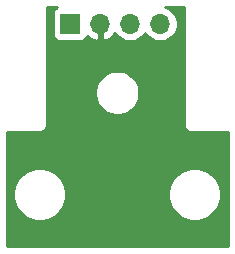
<source format=gbr>
G04 #@! TF.GenerationSoftware,KiCad,Pcbnew,(5.1.8)-1*
G04 #@! TF.CreationDate,2020-11-18T10:39:22+01:00*
G04 #@! TF.ProjectId,LORA_ATTINY84,4c4f5241-5f41-4545-9449-4e5938342e6b,rev?*
G04 #@! TF.SameCoordinates,Original*
G04 #@! TF.FileFunction,Copper,L1,Top*
G04 #@! TF.FilePolarity,Positive*
%FSLAX46Y46*%
G04 Gerber Fmt 4.6, Leading zero omitted, Abs format (unit mm)*
G04 Created by KiCad (PCBNEW (5.1.8)-1) date 2020-11-18 10:39:22*
%MOMM*%
%LPD*%
G01*
G04 APERTURE LIST*
G04 #@! TA.AperFunction,ComponentPad*
%ADD10R,1.700000X1.700000*%
G04 #@! TD*
G04 #@! TA.AperFunction,ComponentPad*
%ADD11O,1.700000X1.700000*%
G04 #@! TD*
G04 #@! TA.AperFunction,Conductor*
%ADD12C,0.250000*%
G04 #@! TD*
G04 #@! TA.AperFunction,Conductor*
%ADD13C,0.254000*%
G04 #@! TD*
G04 #@! TA.AperFunction,Conductor*
%ADD14C,0.100000*%
G04 #@! TD*
G04 APERTURE END LIST*
D10*
X66243200Y-68580000D03*
D11*
X68783200Y-68580000D03*
X71323200Y-68580000D03*
X73863200Y-68580000D03*
D12*
X66294000Y-68630800D02*
X66243200Y-68580000D01*
X73914000Y-68630800D02*
X73863200Y-68580000D01*
X71374000Y-68630800D02*
X71323200Y-68580000D01*
D13*
X65038706Y-67199463D02*
X64942015Y-67278815D01*
X64862663Y-67375506D01*
X64803698Y-67485820D01*
X64767388Y-67605518D01*
X64755128Y-67730000D01*
X64755128Y-69430000D01*
X64767388Y-69554482D01*
X64803698Y-69674180D01*
X64862663Y-69784494D01*
X64942015Y-69881185D01*
X65038706Y-69960537D01*
X65149020Y-70019502D01*
X65268718Y-70055812D01*
X65393200Y-70068072D01*
X67093200Y-70068072D01*
X67217682Y-70055812D01*
X67337380Y-70019502D01*
X67447694Y-69960537D01*
X67544385Y-69881185D01*
X67623737Y-69784494D01*
X67682702Y-69674180D01*
X67707166Y-69593534D01*
X67782931Y-69677588D01*
X68016280Y-69851641D01*
X68279101Y-69976825D01*
X68426310Y-70021476D01*
X68656200Y-69900155D01*
X68656200Y-68707000D01*
X68636200Y-68707000D01*
X68636200Y-68453000D01*
X68656200Y-68453000D01*
X68656200Y-68433000D01*
X68910200Y-68433000D01*
X68910200Y-68453000D01*
X68930200Y-68453000D01*
X68930200Y-68707000D01*
X68910200Y-68707000D01*
X68910200Y-69900155D01*
X69140090Y-70021476D01*
X69287299Y-69976825D01*
X69550120Y-69851641D01*
X69783469Y-69677588D01*
X69978378Y-69461355D01*
X70048005Y-69344466D01*
X70169725Y-69526632D01*
X70376568Y-69733475D01*
X70619789Y-69895990D01*
X70890042Y-70007932D01*
X71176940Y-70065000D01*
X71469460Y-70065000D01*
X71756358Y-70007932D01*
X72026611Y-69895990D01*
X72269832Y-69733475D01*
X72476675Y-69526632D01*
X72593200Y-69352240D01*
X72709725Y-69526632D01*
X72916568Y-69733475D01*
X73159789Y-69895990D01*
X73430042Y-70007932D01*
X73716940Y-70065000D01*
X74009460Y-70065000D01*
X74296358Y-70007932D01*
X74566611Y-69895990D01*
X74809832Y-69733475D01*
X75016675Y-69526632D01*
X75179190Y-69283411D01*
X75291132Y-69013158D01*
X75348200Y-68726260D01*
X75348200Y-68433740D01*
X75291132Y-68146842D01*
X75179190Y-67876589D01*
X75016675Y-67633368D01*
X74809832Y-67426525D01*
X74566611Y-67264010D01*
X74308748Y-67157200D01*
X75844801Y-67157200D01*
X75844800Y-77056748D01*
X75841608Y-77089317D01*
X75847816Y-77152039D01*
X75854350Y-77218382D01*
X75854398Y-77218539D01*
X75854413Y-77218694D01*
X75872970Y-77279762D01*
X75892090Y-77342792D01*
X75892166Y-77342934D01*
X75892212Y-77343086D01*
X75922560Y-77399798D01*
X75953375Y-77457449D01*
X75953478Y-77457574D01*
X75953552Y-77457713D01*
X75994043Y-77507004D01*
X76035852Y-77557948D01*
X76035978Y-77558051D01*
X76036077Y-77558172D01*
X76085018Y-77598298D01*
X76136350Y-77640425D01*
X76136495Y-77640502D01*
X76136615Y-77640601D01*
X76192502Y-77670439D01*
X76251007Y-77701710D01*
X76251163Y-77701757D01*
X76251301Y-77701831D01*
X76311775Y-77720144D01*
X76375417Y-77739450D01*
X76375581Y-77739466D01*
X76375729Y-77739511D01*
X76438817Y-77745694D01*
X76504800Y-77752193D01*
X76537381Y-77748984D01*
X79604001Y-77747516D01*
X79604000Y-87427200D01*
X60908800Y-87427200D01*
X60908800Y-82779872D01*
X61442800Y-82779872D01*
X61442800Y-83220128D01*
X61528690Y-83651925D01*
X61697169Y-84058669D01*
X61941762Y-84424729D01*
X62253071Y-84736038D01*
X62619131Y-84980631D01*
X63025875Y-85149110D01*
X63457672Y-85235000D01*
X63897928Y-85235000D01*
X64329725Y-85149110D01*
X64736469Y-84980631D01*
X65102529Y-84736038D01*
X65413838Y-84424729D01*
X65658431Y-84058669D01*
X65826910Y-83651925D01*
X65912800Y-83220128D01*
X65912800Y-82779872D01*
X74541000Y-82779872D01*
X74541000Y-83220128D01*
X74626890Y-83651925D01*
X74795369Y-84058669D01*
X75039962Y-84424729D01*
X75351271Y-84736038D01*
X75717331Y-84980631D01*
X76124075Y-85149110D01*
X76555872Y-85235000D01*
X76996128Y-85235000D01*
X77427925Y-85149110D01*
X77834669Y-84980631D01*
X78200729Y-84736038D01*
X78512038Y-84424729D01*
X78756631Y-84058669D01*
X78925110Y-83651925D01*
X79011000Y-83220128D01*
X79011000Y-82779872D01*
X78925110Y-82348075D01*
X78756631Y-81941331D01*
X78512038Y-81575271D01*
X78200729Y-81263962D01*
X77834669Y-81019369D01*
X77427925Y-80850890D01*
X76996128Y-80765000D01*
X76555872Y-80765000D01*
X76124075Y-80850890D01*
X75717331Y-81019369D01*
X75351271Y-81263962D01*
X75039962Y-81575271D01*
X74795369Y-81941331D01*
X74626890Y-82348075D01*
X74541000Y-82779872D01*
X65912800Y-82779872D01*
X65826910Y-82348075D01*
X65658431Y-81941331D01*
X65413838Y-81575271D01*
X65102529Y-81263962D01*
X64736469Y-81019369D01*
X64329725Y-80850890D01*
X63897928Y-80765000D01*
X63457672Y-80765000D01*
X63025875Y-80850890D01*
X62619131Y-81019369D01*
X62253071Y-81263962D01*
X61941762Y-81575271D01*
X61697169Y-81941331D01*
X61528690Y-82348075D01*
X61442800Y-82779872D01*
X60908800Y-82779872D01*
X60908800Y-77747551D01*
X63594403Y-77748983D01*
X63627000Y-77752193D01*
X63692475Y-77745744D01*
X63756035Y-77739518D01*
X63756201Y-77739468D01*
X63756382Y-77739450D01*
X63819231Y-77720385D01*
X63880466Y-77701845D01*
X63880623Y-77701761D01*
X63880792Y-77701710D01*
X63938100Y-77671078D01*
X63995155Y-77640621D01*
X63995291Y-77640509D01*
X63995449Y-77640425D01*
X64046717Y-77598350D01*
X64095697Y-77558197D01*
X64095805Y-77558065D01*
X64095948Y-77557948D01*
X64138423Y-77506192D01*
X64178228Y-77457743D01*
X64178309Y-77457591D01*
X64178425Y-77457450D01*
X64209736Y-77398871D01*
X64239574Y-77343119D01*
X64239624Y-77342953D01*
X64239710Y-77342793D01*
X64259040Y-77279071D01*
X64277380Y-77218729D01*
X64277397Y-77218558D01*
X64277450Y-77218383D01*
X64283980Y-77152086D01*
X64290192Y-77089353D01*
X64287000Y-77056766D01*
X64287000Y-74236344D01*
X68346000Y-74236344D01*
X68346000Y-74607656D01*
X68418439Y-74971834D01*
X68560534Y-75314882D01*
X68766825Y-75623618D01*
X69029382Y-75886175D01*
X69338118Y-76092466D01*
X69681166Y-76234561D01*
X70045344Y-76307000D01*
X70416656Y-76307000D01*
X70780834Y-76234561D01*
X71123882Y-76092466D01*
X71432618Y-75886175D01*
X71695175Y-75623618D01*
X71901466Y-75314882D01*
X72043561Y-74971834D01*
X72116000Y-74607656D01*
X72116000Y-74236344D01*
X72043561Y-73872166D01*
X71901466Y-73529118D01*
X71695175Y-73220382D01*
X71432618Y-72957825D01*
X71123882Y-72751534D01*
X70780834Y-72609439D01*
X70416656Y-72537000D01*
X70045344Y-72537000D01*
X69681166Y-72609439D01*
X69338118Y-72751534D01*
X69029382Y-72957825D01*
X68766825Y-73220382D01*
X68560534Y-73529118D01*
X68418439Y-73872166D01*
X68346000Y-74236344D01*
X64287000Y-74236344D01*
X64287000Y-67157200D01*
X65117773Y-67157200D01*
X65038706Y-67199463D01*
G04 #@! TA.AperFunction,Conductor*
D14*
G36*
X65038706Y-67199463D02*
G01*
X64942015Y-67278815D01*
X64862663Y-67375506D01*
X64803698Y-67485820D01*
X64767388Y-67605518D01*
X64755128Y-67730000D01*
X64755128Y-69430000D01*
X64767388Y-69554482D01*
X64803698Y-69674180D01*
X64862663Y-69784494D01*
X64942015Y-69881185D01*
X65038706Y-69960537D01*
X65149020Y-70019502D01*
X65268718Y-70055812D01*
X65393200Y-70068072D01*
X67093200Y-70068072D01*
X67217682Y-70055812D01*
X67337380Y-70019502D01*
X67447694Y-69960537D01*
X67544385Y-69881185D01*
X67623737Y-69784494D01*
X67682702Y-69674180D01*
X67707166Y-69593534D01*
X67782931Y-69677588D01*
X68016280Y-69851641D01*
X68279101Y-69976825D01*
X68426310Y-70021476D01*
X68656200Y-69900155D01*
X68656200Y-68707000D01*
X68636200Y-68707000D01*
X68636200Y-68453000D01*
X68656200Y-68453000D01*
X68656200Y-68433000D01*
X68910200Y-68433000D01*
X68910200Y-68453000D01*
X68930200Y-68453000D01*
X68930200Y-68707000D01*
X68910200Y-68707000D01*
X68910200Y-69900155D01*
X69140090Y-70021476D01*
X69287299Y-69976825D01*
X69550120Y-69851641D01*
X69783469Y-69677588D01*
X69978378Y-69461355D01*
X70048005Y-69344466D01*
X70169725Y-69526632D01*
X70376568Y-69733475D01*
X70619789Y-69895990D01*
X70890042Y-70007932D01*
X71176940Y-70065000D01*
X71469460Y-70065000D01*
X71756358Y-70007932D01*
X72026611Y-69895990D01*
X72269832Y-69733475D01*
X72476675Y-69526632D01*
X72593200Y-69352240D01*
X72709725Y-69526632D01*
X72916568Y-69733475D01*
X73159789Y-69895990D01*
X73430042Y-70007932D01*
X73716940Y-70065000D01*
X74009460Y-70065000D01*
X74296358Y-70007932D01*
X74566611Y-69895990D01*
X74809832Y-69733475D01*
X75016675Y-69526632D01*
X75179190Y-69283411D01*
X75291132Y-69013158D01*
X75348200Y-68726260D01*
X75348200Y-68433740D01*
X75291132Y-68146842D01*
X75179190Y-67876589D01*
X75016675Y-67633368D01*
X74809832Y-67426525D01*
X74566611Y-67264010D01*
X74308748Y-67157200D01*
X75844801Y-67157200D01*
X75844800Y-77056748D01*
X75841608Y-77089317D01*
X75847816Y-77152039D01*
X75854350Y-77218382D01*
X75854398Y-77218539D01*
X75854413Y-77218694D01*
X75872970Y-77279762D01*
X75892090Y-77342792D01*
X75892166Y-77342934D01*
X75892212Y-77343086D01*
X75922560Y-77399798D01*
X75953375Y-77457449D01*
X75953478Y-77457574D01*
X75953552Y-77457713D01*
X75994043Y-77507004D01*
X76035852Y-77557948D01*
X76035978Y-77558051D01*
X76036077Y-77558172D01*
X76085018Y-77598298D01*
X76136350Y-77640425D01*
X76136495Y-77640502D01*
X76136615Y-77640601D01*
X76192502Y-77670439D01*
X76251007Y-77701710D01*
X76251163Y-77701757D01*
X76251301Y-77701831D01*
X76311775Y-77720144D01*
X76375417Y-77739450D01*
X76375581Y-77739466D01*
X76375729Y-77739511D01*
X76438817Y-77745694D01*
X76504800Y-77752193D01*
X76537381Y-77748984D01*
X79604001Y-77747516D01*
X79604000Y-87427200D01*
X60908800Y-87427200D01*
X60908800Y-82779872D01*
X61442800Y-82779872D01*
X61442800Y-83220128D01*
X61528690Y-83651925D01*
X61697169Y-84058669D01*
X61941762Y-84424729D01*
X62253071Y-84736038D01*
X62619131Y-84980631D01*
X63025875Y-85149110D01*
X63457672Y-85235000D01*
X63897928Y-85235000D01*
X64329725Y-85149110D01*
X64736469Y-84980631D01*
X65102529Y-84736038D01*
X65413838Y-84424729D01*
X65658431Y-84058669D01*
X65826910Y-83651925D01*
X65912800Y-83220128D01*
X65912800Y-82779872D01*
X74541000Y-82779872D01*
X74541000Y-83220128D01*
X74626890Y-83651925D01*
X74795369Y-84058669D01*
X75039962Y-84424729D01*
X75351271Y-84736038D01*
X75717331Y-84980631D01*
X76124075Y-85149110D01*
X76555872Y-85235000D01*
X76996128Y-85235000D01*
X77427925Y-85149110D01*
X77834669Y-84980631D01*
X78200729Y-84736038D01*
X78512038Y-84424729D01*
X78756631Y-84058669D01*
X78925110Y-83651925D01*
X79011000Y-83220128D01*
X79011000Y-82779872D01*
X78925110Y-82348075D01*
X78756631Y-81941331D01*
X78512038Y-81575271D01*
X78200729Y-81263962D01*
X77834669Y-81019369D01*
X77427925Y-80850890D01*
X76996128Y-80765000D01*
X76555872Y-80765000D01*
X76124075Y-80850890D01*
X75717331Y-81019369D01*
X75351271Y-81263962D01*
X75039962Y-81575271D01*
X74795369Y-81941331D01*
X74626890Y-82348075D01*
X74541000Y-82779872D01*
X65912800Y-82779872D01*
X65826910Y-82348075D01*
X65658431Y-81941331D01*
X65413838Y-81575271D01*
X65102529Y-81263962D01*
X64736469Y-81019369D01*
X64329725Y-80850890D01*
X63897928Y-80765000D01*
X63457672Y-80765000D01*
X63025875Y-80850890D01*
X62619131Y-81019369D01*
X62253071Y-81263962D01*
X61941762Y-81575271D01*
X61697169Y-81941331D01*
X61528690Y-82348075D01*
X61442800Y-82779872D01*
X60908800Y-82779872D01*
X60908800Y-77747551D01*
X63594403Y-77748983D01*
X63627000Y-77752193D01*
X63692475Y-77745744D01*
X63756035Y-77739518D01*
X63756201Y-77739468D01*
X63756382Y-77739450D01*
X63819231Y-77720385D01*
X63880466Y-77701845D01*
X63880623Y-77701761D01*
X63880792Y-77701710D01*
X63938100Y-77671078D01*
X63995155Y-77640621D01*
X63995291Y-77640509D01*
X63995449Y-77640425D01*
X64046717Y-77598350D01*
X64095697Y-77558197D01*
X64095805Y-77558065D01*
X64095948Y-77557948D01*
X64138423Y-77506192D01*
X64178228Y-77457743D01*
X64178309Y-77457591D01*
X64178425Y-77457450D01*
X64209736Y-77398871D01*
X64239574Y-77343119D01*
X64239624Y-77342953D01*
X64239710Y-77342793D01*
X64259040Y-77279071D01*
X64277380Y-77218729D01*
X64277397Y-77218558D01*
X64277450Y-77218383D01*
X64283980Y-77152086D01*
X64290192Y-77089353D01*
X64287000Y-77056766D01*
X64287000Y-74236344D01*
X68346000Y-74236344D01*
X68346000Y-74607656D01*
X68418439Y-74971834D01*
X68560534Y-75314882D01*
X68766825Y-75623618D01*
X69029382Y-75886175D01*
X69338118Y-76092466D01*
X69681166Y-76234561D01*
X70045344Y-76307000D01*
X70416656Y-76307000D01*
X70780834Y-76234561D01*
X71123882Y-76092466D01*
X71432618Y-75886175D01*
X71695175Y-75623618D01*
X71901466Y-75314882D01*
X72043561Y-74971834D01*
X72116000Y-74607656D01*
X72116000Y-74236344D01*
X72043561Y-73872166D01*
X71901466Y-73529118D01*
X71695175Y-73220382D01*
X71432618Y-72957825D01*
X71123882Y-72751534D01*
X70780834Y-72609439D01*
X70416656Y-72537000D01*
X70045344Y-72537000D01*
X69681166Y-72609439D01*
X69338118Y-72751534D01*
X69029382Y-72957825D01*
X68766825Y-73220382D01*
X68560534Y-73529118D01*
X68418439Y-73872166D01*
X68346000Y-74236344D01*
X64287000Y-74236344D01*
X64287000Y-67157200D01*
X65117773Y-67157200D01*
X65038706Y-67199463D01*
G37*
G04 #@! TD.AperFunction*
M02*

</source>
